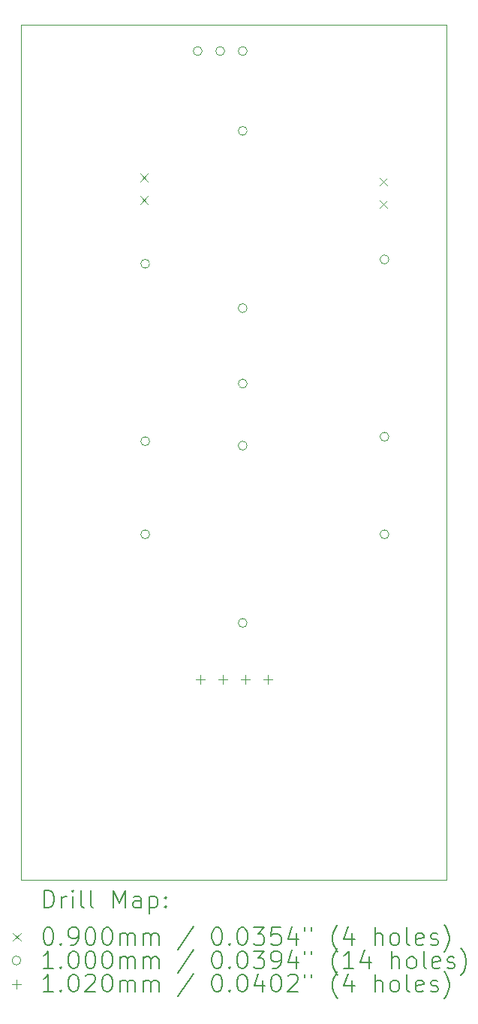
<source format=gbr>
%TF.GenerationSoftware,KiCad,Pcbnew,8.0.4*%
%TF.CreationDate,2024-11-11T12:11:55-05:00*%
%TF.ProjectId,HC-SR04sensor,48432d53-5230-4347-9365-6e736f722e6b,rev?*%
%TF.SameCoordinates,Original*%
%TF.FileFunction,Drillmap*%
%TF.FilePolarity,Positive*%
%FSLAX45Y45*%
G04 Gerber Fmt 4.5, Leading zero omitted, Abs format (unit mm)*
G04 Created by KiCad (PCBNEW 8.0.4) date 2024-11-11 12:11:55*
%MOMM*%
%LPD*%
G01*
G04 APERTURE LIST*
%ADD10C,0.050000*%
%ADD11C,0.200000*%
%ADD12C,0.100000*%
%ADD13C,0.102000*%
G04 APERTURE END LIST*
D10*
X9950000Y-6450000D02*
X14750000Y-6450000D01*
X14750000Y-16100000D01*
X9950000Y-16100000D01*
X9950000Y-6450000D01*
D11*
D12*
X11292500Y-8130000D02*
X11382500Y-8220000D01*
X11382500Y-8130000D02*
X11292500Y-8220000D01*
X11292500Y-8384000D02*
X11382500Y-8474000D01*
X11382500Y-8384000D02*
X11292500Y-8474000D01*
X13992500Y-8180000D02*
X14082500Y-8270000D01*
X14082500Y-8180000D02*
X13992500Y-8270000D01*
X13992500Y-8434000D02*
X14082500Y-8524000D01*
X14082500Y-8434000D02*
X13992500Y-8524000D01*
X11400000Y-9150000D02*
G75*
G02*
X11300000Y-9150000I-50000J0D01*
G01*
X11300000Y-9150000D02*
G75*
G02*
X11400000Y-9150000I50000J0D01*
G01*
X11400000Y-11150000D02*
G75*
G02*
X11300000Y-11150000I-50000J0D01*
G01*
X11300000Y-11150000D02*
G75*
G02*
X11400000Y-11150000I50000J0D01*
G01*
X11400000Y-12200000D02*
G75*
G02*
X11300000Y-12200000I-50000J0D01*
G01*
X11300000Y-12200000D02*
G75*
G02*
X11400000Y-12200000I50000J0D01*
G01*
X11992000Y-6750000D02*
G75*
G02*
X11892000Y-6750000I-50000J0D01*
G01*
X11892000Y-6750000D02*
G75*
G02*
X11992000Y-6750000I50000J0D01*
G01*
X12246000Y-6750000D02*
G75*
G02*
X12146000Y-6750000I-50000J0D01*
G01*
X12146000Y-6750000D02*
G75*
G02*
X12246000Y-6750000I50000J0D01*
G01*
X12500000Y-6750000D02*
G75*
G02*
X12400000Y-6750000I-50000J0D01*
G01*
X12400000Y-6750000D02*
G75*
G02*
X12500000Y-6750000I50000J0D01*
G01*
X12500000Y-7650000D02*
G75*
G02*
X12400000Y-7650000I-50000J0D01*
G01*
X12400000Y-7650000D02*
G75*
G02*
X12500000Y-7650000I50000J0D01*
G01*
X12500000Y-9650000D02*
G75*
G02*
X12400000Y-9650000I-50000J0D01*
G01*
X12400000Y-9650000D02*
G75*
G02*
X12500000Y-9650000I50000J0D01*
G01*
X12500000Y-10500000D02*
G75*
G02*
X12400000Y-10500000I-50000J0D01*
G01*
X12400000Y-10500000D02*
G75*
G02*
X12500000Y-10500000I50000J0D01*
G01*
X12500000Y-11200000D02*
G75*
G02*
X12400000Y-11200000I-50000J0D01*
G01*
X12400000Y-11200000D02*
G75*
G02*
X12500000Y-11200000I50000J0D01*
G01*
X12500000Y-13200000D02*
G75*
G02*
X12400000Y-13200000I-50000J0D01*
G01*
X12400000Y-13200000D02*
G75*
G02*
X12500000Y-13200000I50000J0D01*
G01*
X14100000Y-9100000D02*
G75*
G02*
X14000000Y-9100000I-50000J0D01*
G01*
X14000000Y-9100000D02*
G75*
G02*
X14100000Y-9100000I50000J0D01*
G01*
X14100000Y-11100000D02*
G75*
G02*
X14000000Y-11100000I-50000J0D01*
G01*
X14000000Y-11100000D02*
G75*
G02*
X14100000Y-11100000I50000J0D01*
G01*
X14100000Y-12200000D02*
G75*
G02*
X14000000Y-12200000I-50000J0D01*
G01*
X14000000Y-12200000D02*
G75*
G02*
X14100000Y-12200000I50000J0D01*
G01*
D13*
X11969000Y-13786500D02*
X11969000Y-13888500D01*
X11918000Y-13837500D02*
X12020000Y-13837500D01*
X12223000Y-13786500D02*
X12223000Y-13888500D01*
X12172000Y-13837500D02*
X12274000Y-13837500D01*
X12477000Y-13786500D02*
X12477000Y-13888500D01*
X12426000Y-13837500D02*
X12528000Y-13837500D01*
X12731000Y-13786500D02*
X12731000Y-13888500D01*
X12680000Y-13837500D02*
X12782000Y-13837500D01*
D11*
X10208277Y-16413984D02*
X10208277Y-16213984D01*
X10208277Y-16213984D02*
X10255896Y-16213984D01*
X10255896Y-16213984D02*
X10284467Y-16223508D01*
X10284467Y-16223508D02*
X10303515Y-16242555D01*
X10303515Y-16242555D02*
X10313039Y-16261603D01*
X10313039Y-16261603D02*
X10322563Y-16299698D01*
X10322563Y-16299698D02*
X10322563Y-16328269D01*
X10322563Y-16328269D02*
X10313039Y-16366365D01*
X10313039Y-16366365D02*
X10303515Y-16385412D01*
X10303515Y-16385412D02*
X10284467Y-16404460D01*
X10284467Y-16404460D02*
X10255896Y-16413984D01*
X10255896Y-16413984D02*
X10208277Y-16413984D01*
X10408277Y-16413984D02*
X10408277Y-16280650D01*
X10408277Y-16318746D02*
X10417801Y-16299698D01*
X10417801Y-16299698D02*
X10427324Y-16290174D01*
X10427324Y-16290174D02*
X10446372Y-16280650D01*
X10446372Y-16280650D02*
X10465420Y-16280650D01*
X10532086Y-16413984D02*
X10532086Y-16280650D01*
X10532086Y-16213984D02*
X10522563Y-16223508D01*
X10522563Y-16223508D02*
X10532086Y-16233031D01*
X10532086Y-16233031D02*
X10541610Y-16223508D01*
X10541610Y-16223508D02*
X10532086Y-16213984D01*
X10532086Y-16213984D02*
X10532086Y-16233031D01*
X10655896Y-16413984D02*
X10636848Y-16404460D01*
X10636848Y-16404460D02*
X10627324Y-16385412D01*
X10627324Y-16385412D02*
X10627324Y-16213984D01*
X10760658Y-16413984D02*
X10741610Y-16404460D01*
X10741610Y-16404460D02*
X10732086Y-16385412D01*
X10732086Y-16385412D02*
X10732086Y-16213984D01*
X10989229Y-16413984D02*
X10989229Y-16213984D01*
X10989229Y-16213984D02*
X11055896Y-16356841D01*
X11055896Y-16356841D02*
X11122563Y-16213984D01*
X11122563Y-16213984D02*
X11122563Y-16413984D01*
X11303515Y-16413984D02*
X11303515Y-16309222D01*
X11303515Y-16309222D02*
X11293991Y-16290174D01*
X11293991Y-16290174D02*
X11274943Y-16280650D01*
X11274943Y-16280650D02*
X11236848Y-16280650D01*
X11236848Y-16280650D02*
X11217801Y-16290174D01*
X11303515Y-16404460D02*
X11284467Y-16413984D01*
X11284467Y-16413984D02*
X11236848Y-16413984D01*
X11236848Y-16413984D02*
X11217801Y-16404460D01*
X11217801Y-16404460D02*
X11208277Y-16385412D01*
X11208277Y-16385412D02*
X11208277Y-16366365D01*
X11208277Y-16366365D02*
X11217801Y-16347317D01*
X11217801Y-16347317D02*
X11236848Y-16337793D01*
X11236848Y-16337793D02*
X11284467Y-16337793D01*
X11284467Y-16337793D02*
X11303515Y-16328269D01*
X11398753Y-16280650D02*
X11398753Y-16480650D01*
X11398753Y-16290174D02*
X11417801Y-16280650D01*
X11417801Y-16280650D02*
X11455896Y-16280650D01*
X11455896Y-16280650D02*
X11474943Y-16290174D01*
X11474943Y-16290174D02*
X11484467Y-16299698D01*
X11484467Y-16299698D02*
X11493991Y-16318746D01*
X11493991Y-16318746D02*
X11493991Y-16375888D01*
X11493991Y-16375888D02*
X11484467Y-16394936D01*
X11484467Y-16394936D02*
X11474943Y-16404460D01*
X11474943Y-16404460D02*
X11455896Y-16413984D01*
X11455896Y-16413984D02*
X11417801Y-16413984D01*
X11417801Y-16413984D02*
X11398753Y-16404460D01*
X11579705Y-16394936D02*
X11589229Y-16404460D01*
X11589229Y-16404460D02*
X11579705Y-16413984D01*
X11579705Y-16413984D02*
X11570182Y-16404460D01*
X11570182Y-16404460D02*
X11579705Y-16394936D01*
X11579705Y-16394936D02*
X11579705Y-16413984D01*
X11579705Y-16290174D02*
X11589229Y-16299698D01*
X11589229Y-16299698D02*
X11579705Y-16309222D01*
X11579705Y-16309222D02*
X11570182Y-16299698D01*
X11570182Y-16299698D02*
X11579705Y-16290174D01*
X11579705Y-16290174D02*
X11579705Y-16309222D01*
D12*
X9857500Y-16697500D02*
X9947500Y-16787500D01*
X9947500Y-16697500D02*
X9857500Y-16787500D01*
D11*
X10246372Y-16633984D02*
X10265420Y-16633984D01*
X10265420Y-16633984D02*
X10284467Y-16643508D01*
X10284467Y-16643508D02*
X10293991Y-16653031D01*
X10293991Y-16653031D02*
X10303515Y-16672079D01*
X10303515Y-16672079D02*
X10313039Y-16710174D01*
X10313039Y-16710174D02*
X10313039Y-16757793D01*
X10313039Y-16757793D02*
X10303515Y-16795889D01*
X10303515Y-16795889D02*
X10293991Y-16814936D01*
X10293991Y-16814936D02*
X10284467Y-16824460D01*
X10284467Y-16824460D02*
X10265420Y-16833984D01*
X10265420Y-16833984D02*
X10246372Y-16833984D01*
X10246372Y-16833984D02*
X10227324Y-16824460D01*
X10227324Y-16824460D02*
X10217801Y-16814936D01*
X10217801Y-16814936D02*
X10208277Y-16795889D01*
X10208277Y-16795889D02*
X10198753Y-16757793D01*
X10198753Y-16757793D02*
X10198753Y-16710174D01*
X10198753Y-16710174D02*
X10208277Y-16672079D01*
X10208277Y-16672079D02*
X10217801Y-16653031D01*
X10217801Y-16653031D02*
X10227324Y-16643508D01*
X10227324Y-16643508D02*
X10246372Y-16633984D01*
X10398753Y-16814936D02*
X10408277Y-16824460D01*
X10408277Y-16824460D02*
X10398753Y-16833984D01*
X10398753Y-16833984D02*
X10389229Y-16824460D01*
X10389229Y-16824460D02*
X10398753Y-16814936D01*
X10398753Y-16814936D02*
X10398753Y-16833984D01*
X10503515Y-16833984D02*
X10541610Y-16833984D01*
X10541610Y-16833984D02*
X10560658Y-16824460D01*
X10560658Y-16824460D02*
X10570182Y-16814936D01*
X10570182Y-16814936D02*
X10589229Y-16786365D01*
X10589229Y-16786365D02*
X10598753Y-16748269D01*
X10598753Y-16748269D02*
X10598753Y-16672079D01*
X10598753Y-16672079D02*
X10589229Y-16653031D01*
X10589229Y-16653031D02*
X10579705Y-16643508D01*
X10579705Y-16643508D02*
X10560658Y-16633984D01*
X10560658Y-16633984D02*
X10522563Y-16633984D01*
X10522563Y-16633984D02*
X10503515Y-16643508D01*
X10503515Y-16643508D02*
X10493991Y-16653031D01*
X10493991Y-16653031D02*
X10484467Y-16672079D01*
X10484467Y-16672079D02*
X10484467Y-16719698D01*
X10484467Y-16719698D02*
X10493991Y-16738746D01*
X10493991Y-16738746D02*
X10503515Y-16748269D01*
X10503515Y-16748269D02*
X10522563Y-16757793D01*
X10522563Y-16757793D02*
X10560658Y-16757793D01*
X10560658Y-16757793D02*
X10579705Y-16748269D01*
X10579705Y-16748269D02*
X10589229Y-16738746D01*
X10589229Y-16738746D02*
X10598753Y-16719698D01*
X10722563Y-16633984D02*
X10741610Y-16633984D01*
X10741610Y-16633984D02*
X10760658Y-16643508D01*
X10760658Y-16643508D02*
X10770182Y-16653031D01*
X10770182Y-16653031D02*
X10779705Y-16672079D01*
X10779705Y-16672079D02*
X10789229Y-16710174D01*
X10789229Y-16710174D02*
X10789229Y-16757793D01*
X10789229Y-16757793D02*
X10779705Y-16795889D01*
X10779705Y-16795889D02*
X10770182Y-16814936D01*
X10770182Y-16814936D02*
X10760658Y-16824460D01*
X10760658Y-16824460D02*
X10741610Y-16833984D01*
X10741610Y-16833984D02*
X10722563Y-16833984D01*
X10722563Y-16833984D02*
X10703515Y-16824460D01*
X10703515Y-16824460D02*
X10693991Y-16814936D01*
X10693991Y-16814936D02*
X10684467Y-16795889D01*
X10684467Y-16795889D02*
X10674944Y-16757793D01*
X10674944Y-16757793D02*
X10674944Y-16710174D01*
X10674944Y-16710174D02*
X10684467Y-16672079D01*
X10684467Y-16672079D02*
X10693991Y-16653031D01*
X10693991Y-16653031D02*
X10703515Y-16643508D01*
X10703515Y-16643508D02*
X10722563Y-16633984D01*
X10913039Y-16633984D02*
X10932086Y-16633984D01*
X10932086Y-16633984D02*
X10951134Y-16643508D01*
X10951134Y-16643508D02*
X10960658Y-16653031D01*
X10960658Y-16653031D02*
X10970182Y-16672079D01*
X10970182Y-16672079D02*
X10979705Y-16710174D01*
X10979705Y-16710174D02*
X10979705Y-16757793D01*
X10979705Y-16757793D02*
X10970182Y-16795889D01*
X10970182Y-16795889D02*
X10960658Y-16814936D01*
X10960658Y-16814936D02*
X10951134Y-16824460D01*
X10951134Y-16824460D02*
X10932086Y-16833984D01*
X10932086Y-16833984D02*
X10913039Y-16833984D01*
X10913039Y-16833984D02*
X10893991Y-16824460D01*
X10893991Y-16824460D02*
X10884467Y-16814936D01*
X10884467Y-16814936D02*
X10874944Y-16795889D01*
X10874944Y-16795889D02*
X10865420Y-16757793D01*
X10865420Y-16757793D02*
X10865420Y-16710174D01*
X10865420Y-16710174D02*
X10874944Y-16672079D01*
X10874944Y-16672079D02*
X10884467Y-16653031D01*
X10884467Y-16653031D02*
X10893991Y-16643508D01*
X10893991Y-16643508D02*
X10913039Y-16633984D01*
X11065420Y-16833984D02*
X11065420Y-16700650D01*
X11065420Y-16719698D02*
X11074944Y-16710174D01*
X11074944Y-16710174D02*
X11093991Y-16700650D01*
X11093991Y-16700650D02*
X11122563Y-16700650D01*
X11122563Y-16700650D02*
X11141610Y-16710174D01*
X11141610Y-16710174D02*
X11151134Y-16729222D01*
X11151134Y-16729222D02*
X11151134Y-16833984D01*
X11151134Y-16729222D02*
X11160658Y-16710174D01*
X11160658Y-16710174D02*
X11179705Y-16700650D01*
X11179705Y-16700650D02*
X11208277Y-16700650D01*
X11208277Y-16700650D02*
X11227324Y-16710174D01*
X11227324Y-16710174D02*
X11236848Y-16729222D01*
X11236848Y-16729222D02*
X11236848Y-16833984D01*
X11332086Y-16833984D02*
X11332086Y-16700650D01*
X11332086Y-16719698D02*
X11341610Y-16710174D01*
X11341610Y-16710174D02*
X11360658Y-16700650D01*
X11360658Y-16700650D02*
X11389229Y-16700650D01*
X11389229Y-16700650D02*
X11408277Y-16710174D01*
X11408277Y-16710174D02*
X11417801Y-16729222D01*
X11417801Y-16729222D02*
X11417801Y-16833984D01*
X11417801Y-16729222D02*
X11427324Y-16710174D01*
X11427324Y-16710174D02*
X11446372Y-16700650D01*
X11446372Y-16700650D02*
X11474943Y-16700650D01*
X11474943Y-16700650D02*
X11493991Y-16710174D01*
X11493991Y-16710174D02*
X11503515Y-16729222D01*
X11503515Y-16729222D02*
X11503515Y-16833984D01*
X11893991Y-16624460D02*
X11722563Y-16881603D01*
X12151134Y-16633984D02*
X12170182Y-16633984D01*
X12170182Y-16633984D02*
X12189229Y-16643508D01*
X12189229Y-16643508D02*
X12198753Y-16653031D01*
X12198753Y-16653031D02*
X12208277Y-16672079D01*
X12208277Y-16672079D02*
X12217801Y-16710174D01*
X12217801Y-16710174D02*
X12217801Y-16757793D01*
X12217801Y-16757793D02*
X12208277Y-16795889D01*
X12208277Y-16795889D02*
X12198753Y-16814936D01*
X12198753Y-16814936D02*
X12189229Y-16824460D01*
X12189229Y-16824460D02*
X12170182Y-16833984D01*
X12170182Y-16833984D02*
X12151134Y-16833984D01*
X12151134Y-16833984D02*
X12132086Y-16824460D01*
X12132086Y-16824460D02*
X12122563Y-16814936D01*
X12122563Y-16814936D02*
X12113039Y-16795889D01*
X12113039Y-16795889D02*
X12103515Y-16757793D01*
X12103515Y-16757793D02*
X12103515Y-16710174D01*
X12103515Y-16710174D02*
X12113039Y-16672079D01*
X12113039Y-16672079D02*
X12122563Y-16653031D01*
X12122563Y-16653031D02*
X12132086Y-16643508D01*
X12132086Y-16643508D02*
X12151134Y-16633984D01*
X12303515Y-16814936D02*
X12313039Y-16824460D01*
X12313039Y-16824460D02*
X12303515Y-16833984D01*
X12303515Y-16833984D02*
X12293991Y-16824460D01*
X12293991Y-16824460D02*
X12303515Y-16814936D01*
X12303515Y-16814936D02*
X12303515Y-16833984D01*
X12436848Y-16633984D02*
X12455896Y-16633984D01*
X12455896Y-16633984D02*
X12474944Y-16643508D01*
X12474944Y-16643508D02*
X12484467Y-16653031D01*
X12484467Y-16653031D02*
X12493991Y-16672079D01*
X12493991Y-16672079D02*
X12503515Y-16710174D01*
X12503515Y-16710174D02*
X12503515Y-16757793D01*
X12503515Y-16757793D02*
X12493991Y-16795889D01*
X12493991Y-16795889D02*
X12484467Y-16814936D01*
X12484467Y-16814936D02*
X12474944Y-16824460D01*
X12474944Y-16824460D02*
X12455896Y-16833984D01*
X12455896Y-16833984D02*
X12436848Y-16833984D01*
X12436848Y-16833984D02*
X12417801Y-16824460D01*
X12417801Y-16824460D02*
X12408277Y-16814936D01*
X12408277Y-16814936D02*
X12398753Y-16795889D01*
X12398753Y-16795889D02*
X12389229Y-16757793D01*
X12389229Y-16757793D02*
X12389229Y-16710174D01*
X12389229Y-16710174D02*
X12398753Y-16672079D01*
X12398753Y-16672079D02*
X12408277Y-16653031D01*
X12408277Y-16653031D02*
X12417801Y-16643508D01*
X12417801Y-16643508D02*
X12436848Y-16633984D01*
X12570182Y-16633984D02*
X12693991Y-16633984D01*
X12693991Y-16633984D02*
X12627325Y-16710174D01*
X12627325Y-16710174D02*
X12655896Y-16710174D01*
X12655896Y-16710174D02*
X12674944Y-16719698D01*
X12674944Y-16719698D02*
X12684467Y-16729222D01*
X12684467Y-16729222D02*
X12693991Y-16748269D01*
X12693991Y-16748269D02*
X12693991Y-16795889D01*
X12693991Y-16795889D02*
X12684467Y-16814936D01*
X12684467Y-16814936D02*
X12674944Y-16824460D01*
X12674944Y-16824460D02*
X12655896Y-16833984D01*
X12655896Y-16833984D02*
X12598753Y-16833984D01*
X12598753Y-16833984D02*
X12579706Y-16824460D01*
X12579706Y-16824460D02*
X12570182Y-16814936D01*
X12874944Y-16633984D02*
X12779706Y-16633984D01*
X12779706Y-16633984D02*
X12770182Y-16729222D01*
X12770182Y-16729222D02*
X12779706Y-16719698D01*
X12779706Y-16719698D02*
X12798753Y-16710174D01*
X12798753Y-16710174D02*
X12846372Y-16710174D01*
X12846372Y-16710174D02*
X12865420Y-16719698D01*
X12865420Y-16719698D02*
X12874944Y-16729222D01*
X12874944Y-16729222D02*
X12884467Y-16748269D01*
X12884467Y-16748269D02*
X12884467Y-16795889D01*
X12884467Y-16795889D02*
X12874944Y-16814936D01*
X12874944Y-16814936D02*
X12865420Y-16824460D01*
X12865420Y-16824460D02*
X12846372Y-16833984D01*
X12846372Y-16833984D02*
X12798753Y-16833984D01*
X12798753Y-16833984D02*
X12779706Y-16824460D01*
X12779706Y-16824460D02*
X12770182Y-16814936D01*
X13055896Y-16700650D02*
X13055896Y-16833984D01*
X13008277Y-16624460D02*
X12960658Y-16767317D01*
X12960658Y-16767317D02*
X13084467Y-16767317D01*
X13151134Y-16633984D02*
X13151134Y-16672079D01*
X13227325Y-16633984D02*
X13227325Y-16672079D01*
X13522563Y-16910174D02*
X13513039Y-16900650D01*
X13513039Y-16900650D02*
X13493991Y-16872079D01*
X13493991Y-16872079D02*
X13484468Y-16853031D01*
X13484468Y-16853031D02*
X13474944Y-16824460D01*
X13474944Y-16824460D02*
X13465420Y-16776841D01*
X13465420Y-16776841D02*
X13465420Y-16738746D01*
X13465420Y-16738746D02*
X13474944Y-16691127D01*
X13474944Y-16691127D02*
X13484468Y-16662555D01*
X13484468Y-16662555D02*
X13493991Y-16643508D01*
X13493991Y-16643508D02*
X13513039Y-16614936D01*
X13513039Y-16614936D02*
X13522563Y-16605412D01*
X13684468Y-16700650D02*
X13684468Y-16833984D01*
X13636848Y-16624460D02*
X13589229Y-16767317D01*
X13589229Y-16767317D02*
X13713039Y-16767317D01*
X13941610Y-16833984D02*
X13941610Y-16633984D01*
X14027325Y-16833984D02*
X14027325Y-16729222D01*
X14027325Y-16729222D02*
X14017801Y-16710174D01*
X14017801Y-16710174D02*
X13998753Y-16700650D01*
X13998753Y-16700650D02*
X13970182Y-16700650D01*
X13970182Y-16700650D02*
X13951134Y-16710174D01*
X13951134Y-16710174D02*
X13941610Y-16719698D01*
X14151134Y-16833984D02*
X14132087Y-16824460D01*
X14132087Y-16824460D02*
X14122563Y-16814936D01*
X14122563Y-16814936D02*
X14113039Y-16795889D01*
X14113039Y-16795889D02*
X14113039Y-16738746D01*
X14113039Y-16738746D02*
X14122563Y-16719698D01*
X14122563Y-16719698D02*
X14132087Y-16710174D01*
X14132087Y-16710174D02*
X14151134Y-16700650D01*
X14151134Y-16700650D02*
X14179706Y-16700650D01*
X14179706Y-16700650D02*
X14198753Y-16710174D01*
X14198753Y-16710174D02*
X14208277Y-16719698D01*
X14208277Y-16719698D02*
X14217801Y-16738746D01*
X14217801Y-16738746D02*
X14217801Y-16795889D01*
X14217801Y-16795889D02*
X14208277Y-16814936D01*
X14208277Y-16814936D02*
X14198753Y-16824460D01*
X14198753Y-16824460D02*
X14179706Y-16833984D01*
X14179706Y-16833984D02*
X14151134Y-16833984D01*
X14332087Y-16833984D02*
X14313039Y-16824460D01*
X14313039Y-16824460D02*
X14303515Y-16805412D01*
X14303515Y-16805412D02*
X14303515Y-16633984D01*
X14484468Y-16824460D02*
X14465420Y-16833984D01*
X14465420Y-16833984D02*
X14427325Y-16833984D01*
X14427325Y-16833984D02*
X14408277Y-16824460D01*
X14408277Y-16824460D02*
X14398753Y-16805412D01*
X14398753Y-16805412D02*
X14398753Y-16729222D01*
X14398753Y-16729222D02*
X14408277Y-16710174D01*
X14408277Y-16710174D02*
X14427325Y-16700650D01*
X14427325Y-16700650D02*
X14465420Y-16700650D01*
X14465420Y-16700650D02*
X14484468Y-16710174D01*
X14484468Y-16710174D02*
X14493991Y-16729222D01*
X14493991Y-16729222D02*
X14493991Y-16748269D01*
X14493991Y-16748269D02*
X14398753Y-16767317D01*
X14570182Y-16824460D02*
X14589230Y-16833984D01*
X14589230Y-16833984D02*
X14627325Y-16833984D01*
X14627325Y-16833984D02*
X14646372Y-16824460D01*
X14646372Y-16824460D02*
X14655896Y-16805412D01*
X14655896Y-16805412D02*
X14655896Y-16795889D01*
X14655896Y-16795889D02*
X14646372Y-16776841D01*
X14646372Y-16776841D02*
X14627325Y-16767317D01*
X14627325Y-16767317D02*
X14598753Y-16767317D01*
X14598753Y-16767317D02*
X14579706Y-16757793D01*
X14579706Y-16757793D02*
X14570182Y-16738746D01*
X14570182Y-16738746D02*
X14570182Y-16729222D01*
X14570182Y-16729222D02*
X14579706Y-16710174D01*
X14579706Y-16710174D02*
X14598753Y-16700650D01*
X14598753Y-16700650D02*
X14627325Y-16700650D01*
X14627325Y-16700650D02*
X14646372Y-16710174D01*
X14722563Y-16910174D02*
X14732087Y-16900650D01*
X14732087Y-16900650D02*
X14751134Y-16872079D01*
X14751134Y-16872079D02*
X14760658Y-16853031D01*
X14760658Y-16853031D02*
X14770182Y-16824460D01*
X14770182Y-16824460D02*
X14779706Y-16776841D01*
X14779706Y-16776841D02*
X14779706Y-16738746D01*
X14779706Y-16738746D02*
X14770182Y-16691127D01*
X14770182Y-16691127D02*
X14760658Y-16662555D01*
X14760658Y-16662555D02*
X14751134Y-16643508D01*
X14751134Y-16643508D02*
X14732087Y-16614936D01*
X14732087Y-16614936D02*
X14722563Y-16605412D01*
D12*
X9947500Y-17006500D02*
G75*
G02*
X9847500Y-17006500I-50000J0D01*
G01*
X9847500Y-17006500D02*
G75*
G02*
X9947500Y-17006500I50000J0D01*
G01*
D11*
X10313039Y-17097984D02*
X10198753Y-17097984D01*
X10255896Y-17097984D02*
X10255896Y-16897984D01*
X10255896Y-16897984D02*
X10236848Y-16926555D01*
X10236848Y-16926555D02*
X10217801Y-16945603D01*
X10217801Y-16945603D02*
X10198753Y-16955127D01*
X10398753Y-17078936D02*
X10408277Y-17088460D01*
X10408277Y-17088460D02*
X10398753Y-17097984D01*
X10398753Y-17097984D02*
X10389229Y-17088460D01*
X10389229Y-17088460D02*
X10398753Y-17078936D01*
X10398753Y-17078936D02*
X10398753Y-17097984D01*
X10532086Y-16897984D02*
X10551134Y-16897984D01*
X10551134Y-16897984D02*
X10570182Y-16907508D01*
X10570182Y-16907508D02*
X10579705Y-16917031D01*
X10579705Y-16917031D02*
X10589229Y-16936079D01*
X10589229Y-16936079D02*
X10598753Y-16974174D01*
X10598753Y-16974174D02*
X10598753Y-17021793D01*
X10598753Y-17021793D02*
X10589229Y-17059889D01*
X10589229Y-17059889D02*
X10579705Y-17078936D01*
X10579705Y-17078936D02*
X10570182Y-17088460D01*
X10570182Y-17088460D02*
X10551134Y-17097984D01*
X10551134Y-17097984D02*
X10532086Y-17097984D01*
X10532086Y-17097984D02*
X10513039Y-17088460D01*
X10513039Y-17088460D02*
X10503515Y-17078936D01*
X10503515Y-17078936D02*
X10493991Y-17059889D01*
X10493991Y-17059889D02*
X10484467Y-17021793D01*
X10484467Y-17021793D02*
X10484467Y-16974174D01*
X10484467Y-16974174D02*
X10493991Y-16936079D01*
X10493991Y-16936079D02*
X10503515Y-16917031D01*
X10503515Y-16917031D02*
X10513039Y-16907508D01*
X10513039Y-16907508D02*
X10532086Y-16897984D01*
X10722563Y-16897984D02*
X10741610Y-16897984D01*
X10741610Y-16897984D02*
X10760658Y-16907508D01*
X10760658Y-16907508D02*
X10770182Y-16917031D01*
X10770182Y-16917031D02*
X10779705Y-16936079D01*
X10779705Y-16936079D02*
X10789229Y-16974174D01*
X10789229Y-16974174D02*
X10789229Y-17021793D01*
X10789229Y-17021793D02*
X10779705Y-17059889D01*
X10779705Y-17059889D02*
X10770182Y-17078936D01*
X10770182Y-17078936D02*
X10760658Y-17088460D01*
X10760658Y-17088460D02*
X10741610Y-17097984D01*
X10741610Y-17097984D02*
X10722563Y-17097984D01*
X10722563Y-17097984D02*
X10703515Y-17088460D01*
X10703515Y-17088460D02*
X10693991Y-17078936D01*
X10693991Y-17078936D02*
X10684467Y-17059889D01*
X10684467Y-17059889D02*
X10674944Y-17021793D01*
X10674944Y-17021793D02*
X10674944Y-16974174D01*
X10674944Y-16974174D02*
X10684467Y-16936079D01*
X10684467Y-16936079D02*
X10693991Y-16917031D01*
X10693991Y-16917031D02*
X10703515Y-16907508D01*
X10703515Y-16907508D02*
X10722563Y-16897984D01*
X10913039Y-16897984D02*
X10932086Y-16897984D01*
X10932086Y-16897984D02*
X10951134Y-16907508D01*
X10951134Y-16907508D02*
X10960658Y-16917031D01*
X10960658Y-16917031D02*
X10970182Y-16936079D01*
X10970182Y-16936079D02*
X10979705Y-16974174D01*
X10979705Y-16974174D02*
X10979705Y-17021793D01*
X10979705Y-17021793D02*
X10970182Y-17059889D01*
X10970182Y-17059889D02*
X10960658Y-17078936D01*
X10960658Y-17078936D02*
X10951134Y-17088460D01*
X10951134Y-17088460D02*
X10932086Y-17097984D01*
X10932086Y-17097984D02*
X10913039Y-17097984D01*
X10913039Y-17097984D02*
X10893991Y-17088460D01*
X10893991Y-17088460D02*
X10884467Y-17078936D01*
X10884467Y-17078936D02*
X10874944Y-17059889D01*
X10874944Y-17059889D02*
X10865420Y-17021793D01*
X10865420Y-17021793D02*
X10865420Y-16974174D01*
X10865420Y-16974174D02*
X10874944Y-16936079D01*
X10874944Y-16936079D02*
X10884467Y-16917031D01*
X10884467Y-16917031D02*
X10893991Y-16907508D01*
X10893991Y-16907508D02*
X10913039Y-16897984D01*
X11065420Y-17097984D02*
X11065420Y-16964650D01*
X11065420Y-16983698D02*
X11074944Y-16974174D01*
X11074944Y-16974174D02*
X11093991Y-16964650D01*
X11093991Y-16964650D02*
X11122563Y-16964650D01*
X11122563Y-16964650D02*
X11141610Y-16974174D01*
X11141610Y-16974174D02*
X11151134Y-16993222D01*
X11151134Y-16993222D02*
X11151134Y-17097984D01*
X11151134Y-16993222D02*
X11160658Y-16974174D01*
X11160658Y-16974174D02*
X11179705Y-16964650D01*
X11179705Y-16964650D02*
X11208277Y-16964650D01*
X11208277Y-16964650D02*
X11227324Y-16974174D01*
X11227324Y-16974174D02*
X11236848Y-16993222D01*
X11236848Y-16993222D02*
X11236848Y-17097984D01*
X11332086Y-17097984D02*
X11332086Y-16964650D01*
X11332086Y-16983698D02*
X11341610Y-16974174D01*
X11341610Y-16974174D02*
X11360658Y-16964650D01*
X11360658Y-16964650D02*
X11389229Y-16964650D01*
X11389229Y-16964650D02*
X11408277Y-16974174D01*
X11408277Y-16974174D02*
X11417801Y-16993222D01*
X11417801Y-16993222D02*
X11417801Y-17097984D01*
X11417801Y-16993222D02*
X11427324Y-16974174D01*
X11427324Y-16974174D02*
X11446372Y-16964650D01*
X11446372Y-16964650D02*
X11474943Y-16964650D01*
X11474943Y-16964650D02*
X11493991Y-16974174D01*
X11493991Y-16974174D02*
X11503515Y-16993222D01*
X11503515Y-16993222D02*
X11503515Y-17097984D01*
X11893991Y-16888460D02*
X11722563Y-17145603D01*
X12151134Y-16897984D02*
X12170182Y-16897984D01*
X12170182Y-16897984D02*
X12189229Y-16907508D01*
X12189229Y-16907508D02*
X12198753Y-16917031D01*
X12198753Y-16917031D02*
X12208277Y-16936079D01*
X12208277Y-16936079D02*
X12217801Y-16974174D01*
X12217801Y-16974174D02*
X12217801Y-17021793D01*
X12217801Y-17021793D02*
X12208277Y-17059889D01*
X12208277Y-17059889D02*
X12198753Y-17078936D01*
X12198753Y-17078936D02*
X12189229Y-17088460D01*
X12189229Y-17088460D02*
X12170182Y-17097984D01*
X12170182Y-17097984D02*
X12151134Y-17097984D01*
X12151134Y-17097984D02*
X12132086Y-17088460D01*
X12132086Y-17088460D02*
X12122563Y-17078936D01*
X12122563Y-17078936D02*
X12113039Y-17059889D01*
X12113039Y-17059889D02*
X12103515Y-17021793D01*
X12103515Y-17021793D02*
X12103515Y-16974174D01*
X12103515Y-16974174D02*
X12113039Y-16936079D01*
X12113039Y-16936079D02*
X12122563Y-16917031D01*
X12122563Y-16917031D02*
X12132086Y-16907508D01*
X12132086Y-16907508D02*
X12151134Y-16897984D01*
X12303515Y-17078936D02*
X12313039Y-17088460D01*
X12313039Y-17088460D02*
X12303515Y-17097984D01*
X12303515Y-17097984D02*
X12293991Y-17088460D01*
X12293991Y-17088460D02*
X12303515Y-17078936D01*
X12303515Y-17078936D02*
X12303515Y-17097984D01*
X12436848Y-16897984D02*
X12455896Y-16897984D01*
X12455896Y-16897984D02*
X12474944Y-16907508D01*
X12474944Y-16907508D02*
X12484467Y-16917031D01*
X12484467Y-16917031D02*
X12493991Y-16936079D01*
X12493991Y-16936079D02*
X12503515Y-16974174D01*
X12503515Y-16974174D02*
X12503515Y-17021793D01*
X12503515Y-17021793D02*
X12493991Y-17059889D01*
X12493991Y-17059889D02*
X12484467Y-17078936D01*
X12484467Y-17078936D02*
X12474944Y-17088460D01*
X12474944Y-17088460D02*
X12455896Y-17097984D01*
X12455896Y-17097984D02*
X12436848Y-17097984D01*
X12436848Y-17097984D02*
X12417801Y-17088460D01*
X12417801Y-17088460D02*
X12408277Y-17078936D01*
X12408277Y-17078936D02*
X12398753Y-17059889D01*
X12398753Y-17059889D02*
X12389229Y-17021793D01*
X12389229Y-17021793D02*
X12389229Y-16974174D01*
X12389229Y-16974174D02*
X12398753Y-16936079D01*
X12398753Y-16936079D02*
X12408277Y-16917031D01*
X12408277Y-16917031D02*
X12417801Y-16907508D01*
X12417801Y-16907508D02*
X12436848Y-16897984D01*
X12570182Y-16897984D02*
X12693991Y-16897984D01*
X12693991Y-16897984D02*
X12627325Y-16974174D01*
X12627325Y-16974174D02*
X12655896Y-16974174D01*
X12655896Y-16974174D02*
X12674944Y-16983698D01*
X12674944Y-16983698D02*
X12684467Y-16993222D01*
X12684467Y-16993222D02*
X12693991Y-17012270D01*
X12693991Y-17012270D02*
X12693991Y-17059889D01*
X12693991Y-17059889D02*
X12684467Y-17078936D01*
X12684467Y-17078936D02*
X12674944Y-17088460D01*
X12674944Y-17088460D02*
X12655896Y-17097984D01*
X12655896Y-17097984D02*
X12598753Y-17097984D01*
X12598753Y-17097984D02*
X12579706Y-17088460D01*
X12579706Y-17088460D02*
X12570182Y-17078936D01*
X12789229Y-17097984D02*
X12827325Y-17097984D01*
X12827325Y-17097984D02*
X12846372Y-17088460D01*
X12846372Y-17088460D02*
X12855896Y-17078936D01*
X12855896Y-17078936D02*
X12874944Y-17050365D01*
X12874944Y-17050365D02*
X12884467Y-17012270D01*
X12884467Y-17012270D02*
X12884467Y-16936079D01*
X12884467Y-16936079D02*
X12874944Y-16917031D01*
X12874944Y-16917031D02*
X12865420Y-16907508D01*
X12865420Y-16907508D02*
X12846372Y-16897984D01*
X12846372Y-16897984D02*
X12808277Y-16897984D01*
X12808277Y-16897984D02*
X12789229Y-16907508D01*
X12789229Y-16907508D02*
X12779706Y-16917031D01*
X12779706Y-16917031D02*
X12770182Y-16936079D01*
X12770182Y-16936079D02*
X12770182Y-16983698D01*
X12770182Y-16983698D02*
X12779706Y-17002746D01*
X12779706Y-17002746D02*
X12789229Y-17012270D01*
X12789229Y-17012270D02*
X12808277Y-17021793D01*
X12808277Y-17021793D02*
X12846372Y-17021793D01*
X12846372Y-17021793D02*
X12865420Y-17012270D01*
X12865420Y-17012270D02*
X12874944Y-17002746D01*
X12874944Y-17002746D02*
X12884467Y-16983698D01*
X13055896Y-16964650D02*
X13055896Y-17097984D01*
X13008277Y-16888460D02*
X12960658Y-17031317D01*
X12960658Y-17031317D02*
X13084467Y-17031317D01*
X13151134Y-16897984D02*
X13151134Y-16936079D01*
X13227325Y-16897984D02*
X13227325Y-16936079D01*
X13522563Y-17174174D02*
X13513039Y-17164650D01*
X13513039Y-17164650D02*
X13493991Y-17136079D01*
X13493991Y-17136079D02*
X13484468Y-17117031D01*
X13484468Y-17117031D02*
X13474944Y-17088460D01*
X13474944Y-17088460D02*
X13465420Y-17040841D01*
X13465420Y-17040841D02*
X13465420Y-17002746D01*
X13465420Y-17002746D02*
X13474944Y-16955127D01*
X13474944Y-16955127D02*
X13484468Y-16926555D01*
X13484468Y-16926555D02*
X13493991Y-16907508D01*
X13493991Y-16907508D02*
X13513039Y-16878936D01*
X13513039Y-16878936D02*
X13522563Y-16869412D01*
X13703515Y-17097984D02*
X13589229Y-17097984D01*
X13646372Y-17097984D02*
X13646372Y-16897984D01*
X13646372Y-16897984D02*
X13627325Y-16926555D01*
X13627325Y-16926555D02*
X13608277Y-16945603D01*
X13608277Y-16945603D02*
X13589229Y-16955127D01*
X13874944Y-16964650D02*
X13874944Y-17097984D01*
X13827325Y-16888460D02*
X13779706Y-17031317D01*
X13779706Y-17031317D02*
X13903515Y-17031317D01*
X14132087Y-17097984D02*
X14132087Y-16897984D01*
X14217801Y-17097984D02*
X14217801Y-16993222D01*
X14217801Y-16993222D02*
X14208277Y-16974174D01*
X14208277Y-16974174D02*
X14189230Y-16964650D01*
X14189230Y-16964650D02*
X14160658Y-16964650D01*
X14160658Y-16964650D02*
X14141610Y-16974174D01*
X14141610Y-16974174D02*
X14132087Y-16983698D01*
X14341610Y-17097984D02*
X14322563Y-17088460D01*
X14322563Y-17088460D02*
X14313039Y-17078936D01*
X14313039Y-17078936D02*
X14303515Y-17059889D01*
X14303515Y-17059889D02*
X14303515Y-17002746D01*
X14303515Y-17002746D02*
X14313039Y-16983698D01*
X14313039Y-16983698D02*
X14322563Y-16974174D01*
X14322563Y-16974174D02*
X14341610Y-16964650D01*
X14341610Y-16964650D02*
X14370182Y-16964650D01*
X14370182Y-16964650D02*
X14389230Y-16974174D01*
X14389230Y-16974174D02*
X14398753Y-16983698D01*
X14398753Y-16983698D02*
X14408277Y-17002746D01*
X14408277Y-17002746D02*
X14408277Y-17059889D01*
X14408277Y-17059889D02*
X14398753Y-17078936D01*
X14398753Y-17078936D02*
X14389230Y-17088460D01*
X14389230Y-17088460D02*
X14370182Y-17097984D01*
X14370182Y-17097984D02*
X14341610Y-17097984D01*
X14522563Y-17097984D02*
X14503515Y-17088460D01*
X14503515Y-17088460D02*
X14493991Y-17069412D01*
X14493991Y-17069412D02*
X14493991Y-16897984D01*
X14674944Y-17088460D02*
X14655896Y-17097984D01*
X14655896Y-17097984D02*
X14617801Y-17097984D01*
X14617801Y-17097984D02*
X14598753Y-17088460D01*
X14598753Y-17088460D02*
X14589230Y-17069412D01*
X14589230Y-17069412D02*
X14589230Y-16993222D01*
X14589230Y-16993222D02*
X14598753Y-16974174D01*
X14598753Y-16974174D02*
X14617801Y-16964650D01*
X14617801Y-16964650D02*
X14655896Y-16964650D01*
X14655896Y-16964650D02*
X14674944Y-16974174D01*
X14674944Y-16974174D02*
X14684468Y-16993222D01*
X14684468Y-16993222D02*
X14684468Y-17012270D01*
X14684468Y-17012270D02*
X14589230Y-17031317D01*
X14760658Y-17088460D02*
X14779706Y-17097984D01*
X14779706Y-17097984D02*
X14817801Y-17097984D01*
X14817801Y-17097984D02*
X14836849Y-17088460D01*
X14836849Y-17088460D02*
X14846372Y-17069412D01*
X14846372Y-17069412D02*
X14846372Y-17059889D01*
X14846372Y-17059889D02*
X14836849Y-17040841D01*
X14836849Y-17040841D02*
X14817801Y-17031317D01*
X14817801Y-17031317D02*
X14789230Y-17031317D01*
X14789230Y-17031317D02*
X14770182Y-17021793D01*
X14770182Y-17021793D02*
X14760658Y-17002746D01*
X14760658Y-17002746D02*
X14760658Y-16993222D01*
X14760658Y-16993222D02*
X14770182Y-16974174D01*
X14770182Y-16974174D02*
X14789230Y-16964650D01*
X14789230Y-16964650D02*
X14817801Y-16964650D01*
X14817801Y-16964650D02*
X14836849Y-16974174D01*
X14913039Y-17174174D02*
X14922563Y-17164650D01*
X14922563Y-17164650D02*
X14941611Y-17136079D01*
X14941611Y-17136079D02*
X14951134Y-17117031D01*
X14951134Y-17117031D02*
X14960658Y-17088460D01*
X14960658Y-17088460D02*
X14970182Y-17040841D01*
X14970182Y-17040841D02*
X14970182Y-17002746D01*
X14970182Y-17002746D02*
X14960658Y-16955127D01*
X14960658Y-16955127D02*
X14951134Y-16926555D01*
X14951134Y-16926555D02*
X14941611Y-16907508D01*
X14941611Y-16907508D02*
X14922563Y-16878936D01*
X14922563Y-16878936D02*
X14913039Y-16869412D01*
D13*
X9896500Y-17219500D02*
X9896500Y-17321500D01*
X9845500Y-17270500D02*
X9947500Y-17270500D01*
D11*
X10313039Y-17361984D02*
X10198753Y-17361984D01*
X10255896Y-17361984D02*
X10255896Y-17161984D01*
X10255896Y-17161984D02*
X10236848Y-17190555D01*
X10236848Y-17190555D02*
X10217801Y-17209603D01*
X10217801Y-17209603D02*
X10198753Y-17219127D01*
X10398753Y-17342936D02*
X10408277Y-17352460D01*
X10408277Y-17352460D02*
X10398753Y-17361984D01*
X10398753Y-17361984D02*
X10389229Y-17352460D01*
X10389229Y-17352460D02*
X10398753Y-17342936D01*
X10398753Y-17342936D02*
X10398753Y-17361984D01*
X10532086Y-17161984D02*
X10551134Y-17161984D01*
X10551134Y-17161984D02*
X10570182Y-17171508D01*
X10570182Y-17171508D02*
X10579705Y-17181031D01*
X10579705Y-17181031D02*
X10589229Y-17200079D01*
X10589229Y-17200079D02*
X10598753Y-17238174D01*
X10598753Y-17238174D02*
X10598753Y-17285793D01*
X10598753Y-17285793D02*
X10589229Y-17323889D01*
X10589229Y-17323889D02*
X10579705Y-17342936D01*
X10579705Y-17342936D02*
X10570182Y-17352460D01*
X10570182Y-17352460D02*
X10551134Y-17361984D01*
X10551134Y-17361984D02*
X10532086Y-17361984D01*
X10532086Y-17361984D02*
X10513039Y-17352460D01*
X10513039Y-17352460D02*
X10503515Y-17342936D01*
X10503515Y-17342936D02*
X10493991Y-17323889D01*
X10493991Y-17323889D02*
X10484467Y-17285793D01*
X10484467Y-17285793D02*
X10484467Y-17238174D01*
X10484467Y-17238174D02*
X10493991Y-17200079D01*
X10493991Y-17200079D02*
X10503515Y-17181031D01*
X10503515Y-17181031D02*
X10513039Y-17171508D01*
X10513039Y-17171508D02*
X10532086Y-17161984D01*
X10674944Y-17181031D02*
X10684467Y-17171508D01*
X10684467Y-17171508D02*
X10703515Y-17161984D01*
X10703515Y-17161984D02*
X10751134Y-17161984D01*
X10751134Y-17161984D02*
X10770182Y-17171508D01*
X10770182Y-17171508D02*
X10779705Y-17181031D01*
X10779705Y-17181031D02*
X10789229Y-17200079D01*
X10789229Y-17200079D02*
X10789229Y-17219127D01*
X10789229Y-17219127D02*
X10779705Y-17247698D01*
X10779705Y-17247698D02*
X10665420Y-17361984D01*
X10665420Y-17361984D02*
X10789229Y-17361984D01*
X10913039Y-17161984D02*
X10932086Y-17161984D01*
X10932086Y-17161984D02*
X10951134Y-17171508D01*
X10951134Y-17171508D02*
X10960658Y-17181031D01*
X10960658Y-17181031D02*
X10970182Y-17200079D01*
X10970182Y-17200079D02*
X10979705Y-17238174D01*
X10979705Y-17238174D02*
X10979705Y-17285793D01*
X10979705Y-17285793D02*
X10970182Y-17323889D01*
X10970182Y-17323889D02*
X10960658Y-17342936D01*
X10960658Y-17342936D02*
X10951134Y-17352460D01*
X10951134Y-17352460D02*
X10932086Y-17361984D01*
X10932086Y-17361984D02*
X10913039Y-17361984D01*
X10913039Y-17361984D02*
X10893991Y-17352460D01*
X10893991Y-17352460D02*
X10884467Y-17342936D01*
X10884467Y-17342936D02*
X10874944Y-17323889D01*
X10874944Y-17323889D02*
X10865420Y-17285793D01*
X10865420Y-17285793D02*
X10865420Y-17238174D01*
X10865420Y-17238174D02*
X10874944Y-17200079D01*
X10874944Y-17200079D02*
X10884467Y-17181031D01*
X10884467Y-17181031D02*
X10893991Y-17171508D01*
X10893991Y-17171508D02*
X10913039Y-17161984D01*
X11065420Y-17361984D02*
X11065420Y-17228650D01*
X11065420Y-17247698D02*
X11074944Y-17238174D01*
X11074944Y-17238174D02*
X11093991Y-17228650D01*
X11093991Y-17228650D02*
X11122563Y-17228650D01*
X11122563Y-17228650D02*
X11141610Y-17238174D01*
X11141610Y-17238174D02*
X11151134Y-17257222D01*
X11151134Y-17257222D02*
X11151134Y-17361984D01*
X11151134Y-17257222D02*
X11160658Y-17238174D01*
X11160658Y-17238174D02*
X11179705Y-17228650D01*
X11179705Y-17228650D02*
X11208277Y-17228650D01*
X11208277Y-17228650D02*
X11227324Y-17238174D01*
X11227324Y-17238174D02*
X11236848Y-17257222D01*
X11236848Y-17257222D02*
X11236848Y-17361984D01*
X11332086Y-17361984D02*
X11332086Y-17228650D01*
X11332086Y-17247698D02*
X11341610Y-17238174D01*
X11341610Y-17238174D02*
X11360658Y-17228650D01*
X11360658Y-17228650D02*
X11389229Y-17228650D01*
X11389229Y-17228650D02*
X11408277Y-17238174D01*
X11408277Y-17238174D02*
X11417801Y-17257222D01*
X11417801Y-17257222D02*
X11417801Y-17361984D01*
X11417801Y-17257222D02*
X11427324Y-17238174D01*
X11427324Y-17238174D02*
X11446372Y-17228650D01*
X11446372Y-17228650D02*
X11474943Y-17228650D01*
X11474943Y-17228650D02*
X11493991Y-17238174D01*
X11493991Y-17238174D02*
X11503515Y-17257222D01*
X11503515Y-17257222D02*
X11503515Y-17361984D01*
X11893991Y-17152460D02*
X11722563Y-17409603D01*
X12151134Y-17161984D02*
X12170182Y-17161984D01*
X12170182Y-17161984D02*
X12189229Y-17171508D01*
X12189229Y-17171508D02*
X12198753Y-17181031D01*
X12198753Y-17181031D02*
X12208277Y-17200079D01*
X12208277Y-17200079D02*
X12217801Y-17238174D01*
X12217801Y-17238174D02*
X12217801Y-17285793D01*
X12217801Y-17285793D02*
X12208277Y-17323889D01*
X12208277Y-17323889D02*
X12198753Y-17342936D01*
X12198753Y-17342936D02*
X12189229Y-17352460D01*
X12189229Y-17352460D02*
X12170182Y-17361984D01*
X12170182Y-17361984D02*
X12151134Y-17361984D01*
X12151134Y-17361984D02*
X12132086Y-17352460D01*
X12132086Y-17352460D02*
X12122563Y-17342936D01*
X12122563Y-17342936D02*
X12113039Y-17323889D01*
X12113039Y-17323889D02*
X12103515Y-17285793D01*
X12103515Y-17285793D02*
X12103515Y-17238174D01*
X12103515Y-17238174D02*
X12113039Y-17200079D01*
X12113039Y-17200079D02*
X12122563Y-17181031D01*
X12122563Y-17181031D02*
X12132086Y-17171508D01*
X12132086Y-17171508D02*
X12151134Y-17161984D01*
X12303515Y-17342936D02*
X12313039Y-17352460D01*
X12313039Y-17352460D02*
X12303515Y-17361984D01*
X12303515Y-17361984D02*
X12293991Y-17352460D01*
X12293991Y-17352460D02*
X12303515Y-17342936D01*
X12303515Y-17342936D02*
X12303515Y-17361984D01*
X12436848Y-17161984D02*
X12455896Y-17161984D01*
X12455896Y-17161984D02*
X12474944Y-17171508D01*
X12474944Y-17171508D02*
X12484467Y-17181031D01*
X12484467Y-17181031D02*
X12493991Y-17200079D01*
X12493991Y-17200079D02*
X12503515Y-17238174D01*
X12503515Y-17238174D02*
X12503515Y-17285793D01*
X12503515Y-17285793D02*
X12493991Y-17323889D01*
X12493991Y-17323889D02*
X12484467Y-17342936D01*
X12484467Y-17342936D02*
X12474944Y-17352460D01*
X12474944Y-17352460D02*
X12455896Y-17361984D01*
X12455896Y-17361984D02*
X12436848Y-17361984D01*
X12436848Y-17361984D02*
X12417801Y-17352460D01*
X12417801Y-17352460D02*
X12408277Y-17342936D01*
X12408277Y-17342936D02*
X12398753Y-17323889D01*
X12398753Y-17323889D02*
X12389229Y-17285793D01*
X12389229Y-17285793D02*
X12389229Y-17238174D01*
X12389229Y-17238174D02*
X12398753Y-17200079D01*
X12398753Y-17200079D02*
X12408277Y-17181031D01*
X12408277Y-17181031D02*
X12417801Y-17171508D01*
X12417801Y-17171508D02*
X12436848Y-17161984D01*
X12674944Y-17228650D02*
X12674944Y-17361984D01*
X12627325Y-17152460D02*
X12579706Y-17295317D01*
X12579706Y-17295317D02*
X12703515Y-17295317D01*
X12817801Y-17161984D02*
X12836848Y-17161984D01*
X12836848Y-17161984D02*
X12855896Y-17171508D01*
X12855896Y-17171508D02*
X12865420Y-17181031D01*
X12865420Y-17181031D02*
X12874944Y-17200079D01*
X12874944Y-17200079D02*
X12884467Y-17238174D01*
X12884467Y-17238174D02*
X12884467Y-17285793D01*
X12884467Y-17285793D02*
X12874944Y-17323889D01*
X12874944Y-17323889D02*
X12865420Y-17342936D01*
X12865420Y-17342936D02*
X12855896Y-17352460D01*
X12855896Y-17352460D02*
X12836848Y-17361984D01*
X12836848Y-17361984D02*
X12817801Y-17361984D01*
X12817801Y-17361984D02*
X12798753Y-17352460D01*
X12798753Y-17352460D02*
X12789229Y-17342936D01*
X12789229Y-17342936D02*
X12779706Y-17323889D01*
X12779706Y-17323889D02*
X12770182Y-17285793D01*
X12770182Y-17285793D02*
X12770182Y-17238174D01*
X12770182Y-17238174D02*
X12779706Y-17200079D01*
X12779706Y-17200079D02*
X12789229Y-17181031D01*
X12789229Y-17181031D02*
X12798753Y-17171508D01*
X12798753Y-17171508D02*
X12817801Y-17161984D01*
X12960658Y-17181031D02*
X12970182Y-17171508D01*
X12970182Y-17171508D02*
X12989229Y-17161984D01*
X12989229Y-17161984D02*
X13036848Y-17161984D01*
X13036848Y-17161984D02*
X13055896Y-17171508D01*
X13055896Y-17171508D02*
X13065420Y-17181031D01*
X13065420Y-17181031D02*
X13074944Y-17200079D01*
X13074944Y-17200079D02*
X13074944Y-17219127D01*
X13074944Y-17219127D02*
X13065420Y-17247698D01*
X13065420Y-17247698D02*
X12951134Y-17361984D01*
X12951134Y-17361984D02*
X13074944Y-17361984D01*
X13151134Y-17161984D02*
X13151134Y-17200079D01*
X13227325Y-17161984D02*
X13227325Y-17200079D01*
X13522563Y-17438174D02*
X13513039Y-17428650D01*
X13513039Y-17428650D02*
X13493991Y-17400079D01*
X13493991Y-17400079D02*
X13484468Y-17381031D01*
X13484468Y-17381031D02*
X13474944Y-17352460D01*
X13474944Y-17352460D02*
X13465420Y-17304841D01*
X13465420Y-17304841D02*
X13465420Y-17266746D01*
X13465420Y-17266746D02*
X13474944Y-17219127D01*
X13474944Y-17219127D02*
X13484468Y-17190555D01*
X13484468Y-17190555D02*
X13493991Y-17171508D01*
X13493991Y-17171508D02*
X13513039Y-17142936D01*
X13513039Y-17142936D02*
X13522563Y-17133412D01*
X13684468Y-17228650D02*
X13684468Y-17361984D01*
X13636848Y-17152460D02*
X13589229Y-17295317D01*
X13589229Y-17295317D02*
X13713039Y-17295317D01*
X13941610Y-17361984D02*
X13941610Y-17161984D01*
X14027325Y-17361984D02*
X14027325Y-17257222D01*
X14027325Y-17257222D02*
X14017801Y-17238174D01*
X14017801Y-17238174D02*
X13998753Y-17228650D01*
X13998753Y-17228650D02*
X13970182Y-17228650D01*
X13970182Y-17228650D02*
X13951134Y-17238174D01*
X13951134Y-17238174D02*
X13941610Y-17247698D01*
X14151134Y-17361984D02*
X14132087Y-17352460D01*
X14132087Y-17352460D02*
X14122563Y-17342936D01*
X14122563Y-17342936D02*
X14113039Y-17323889D01*
X14113039Y-17323889D02*
X14113039Y-17266746D01*
X14113039Y-17266746D02*
X14122563Y-17247698D01*
X14122563Y-17247698D02*
X14132087Y-17238174D01*
X14132087Y-17238174D02*
X14151134Y-17228650D01*
X14151134Y-17228650D02*
X14179706Y-17228650D01*
X14179706Y-17228650D02*
X14198753Y-17238174D01*
X14198753Y-17238174D02*
X14208277Y-17247698D01*
X14208277Y-17247698D02*
X14217801Y-17266746D01*
X14217801Y-17266746D02*
X14217801Y-17323889D01*
X14217801Y-17323889D02*
X14208277Y-17342936D01*
X14208277Y-17342936D02*
X14198753Y-17352460D01*
X14198753Y-17352460D02*
X14179706Y-17361984D01*
X14179706Y-17361984D02*
X14151134Y-17361984D01*
X14332087Y-17361984D02*
X14313039Y-17352460D01*
X14313039Y-17352460D02*
X14303515Y-17333412D01*
X14303515Y-17333412D02*
X14303515Y-17161984D01*
X14484468Y-17352460D02*
X14465420Y-17361984D01*
X14465420Y-17361984D02*
X14427325Y-17361984D01*
X14427325Y-17361984D02*
X14408277Y-17352460D01*
X14408277Y-17352460D02*
X14398753Y-17333412D01*
X14398753Y-17333412D02*
X14398753Y-17257222D01*
X14398753Y-17257222D02*
X14408277Y-17238174D01*
X14408277Y-17238174D02*
X14427325Y-17228650D01*
X14427325Y-17228650D02*
X14465420Y-17228650D01*
X14465420Y-17228650D02*
X14484468Y-17238174D01*
X14484468Y-17238174D02*
X14493991Y-17257222D01*
X14493991Y-17257222D02*
X14493991Y-17276270D01*
X14493991Y-17276270D02*
X14398753Y-17295317D01*
X14570182Y-17352460D02*
X14589230Y-17361984D01*
X14589230Y-17361984D02*
X14627325Y-17361984D01*
X14627325Y-17361984D02*
X14646372Y-17352460D01*
X14646372Y-17352460D02*
X14655896Y-17333412D01*
X14655896Y-17333412D02*
X14655896Y-17323889D01*
X14655896Y-17323889D02*
X14646372Y-17304841D01*
X14646372Y-17304841D02*
X14627325Y-17295317D01*
X14627325Y-17295317D02*
X14598753Y-17295317D01*
X14598753Y-17295317D02*
X14579706Y-17285793D01*
X14579706Y-17285793D02*
X14570182Y-17266746D01*
X14570182Y-17266746D02*
X14570182Y-17257222D01*
X14570182Y-17257222D02*
X14579706Y-17238174D01*
X14579706Y-17238174D02*
X14598753Y-17228650D01*
X14598753Y-17228650D02*
X14627325Y-17228650D01*
X14627325Y-17228650D02*
X14646372Y-17238174D01*
X14722563Y-17438174D02*
X14732087Y-17428650D01*
X14732087Y-17428650D02*
X14751134Y-17400079D01*
X14751134Y-17400079D02*
X14760658Y-17381031D01*
X14760658Y-17381031D02*
X14770182Y-17352460D01*
X14770182Y-17352460D02*
X14779706Y-17304841D01*
X14779706Y-17304841D02*
X14779706Y-17266746D01*
X14779706Y-17266746D02*
X14770182Y-17219127D01*
X14770182Y-17219127D02*
X14760658Y-17190555D01*
X14760658Y-17190555D02*
X14751134Y-17171508D01*
X14751134Y-17171508D02*
X14732087Y-17142936D01*
X14732087Y-17142936D02*
X14722563Y-17133412D01*
M02*

</source>
